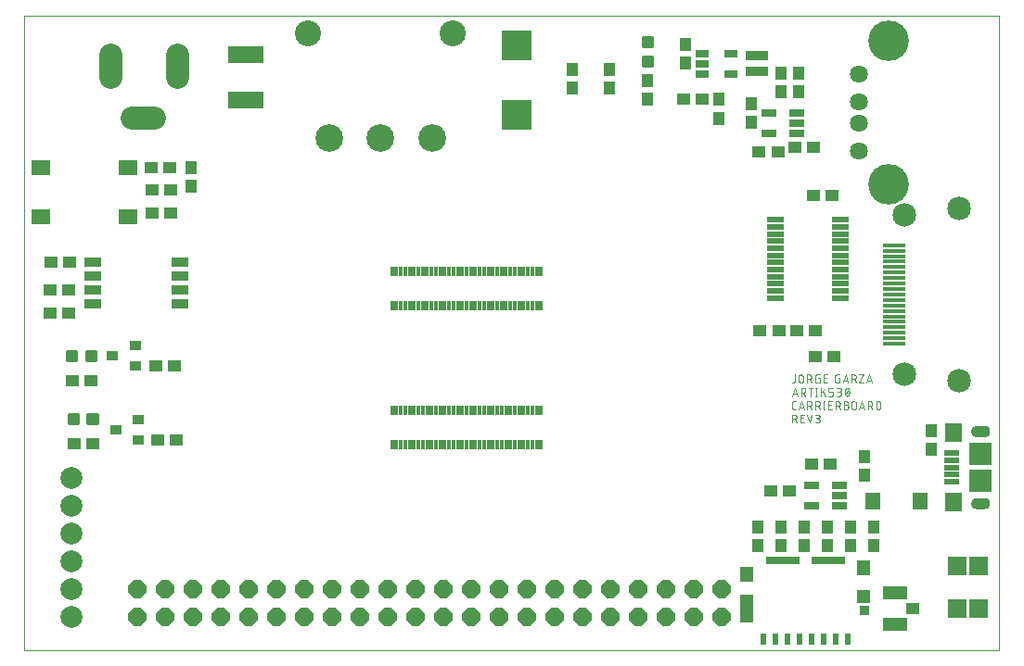
<source format=gts>
G04 EAGLE Gerber X2 export*
%TF.Part,Single*%
%TF.FileFunction,Other,Solder stop mask TOP*%
%TF.FilePolarity,Positive*%
%TF.GenerationSoftware,Autodesk,EAGLE,9.0.0*%
%TF.CreationDate,2019-03-06T05:58:58Z*%
G75*
%MOMM*%
%FSLAX34Y34*%
%LPD*%
%AMOC8*
5,1,8,0,0,1.08239X$1,22.5*%
G01*
%ADD10C,0.000000*%
%ADD11C,0.076200*%
%ADD12R,0.327000X0.827000*%
%ADD13C,2.127000*%
%ADD14C,2.527000*%
%ADD15C,2.377000*%
%ADD16R,2.827000X2.677000*%
%ADD17R,1.127000X1.227000*%
%ADD18C,0.338100*%
%ADD19R,1.227000X1.127000*%
%ADD20R,1.277000X0.727000*%
%ADD21R,1.027000X0.927000*%
%ADD22R,1.527000X1.727000*%
%ADD23R,1.477000X0.527000*%
%ADD24R,2.027000X2.027000*%
%ADD25R,1.327000X0.727000*%
%ADD26R,1.397000X1.597000*%
%ADD27C,2.006600*%
%ADD28R,1.602000X0.577000*%
%ADD29P,1.787026X8X22.500000*%
%ADD30R,1.577000X0.877000*%
%ADD31R,1.677000X1.427000*%
%ADD32R,2.327000X1.177000*%
%ADD33R,1.177000X1.127000*%
%ADD34R,3.327000X1.627000*%
%ADD35R,2.127000X0.827000*%
%ADD36R,2.027000X0.427000*%
%ADD37C,2.157000*%
%ADD38R,1.667000X1.667000*%
%ADD39C,1.627000*%
%ADD40C,3.707000*%
%ADD41R,0.627000X1.127000*%
%ADD42R,0.847000X0.907000*%
%ADD43R,1.177000X1.207000*%
%ADD44R,1.177000X1.327000*%
%ADD45R,1.177000X2.517000*%
%ADD46R,3.037000X0.677000*%

G36*
X987665Y335024D02*
X987665Y335024D01*
X987751Y335033D01*
X988517Y335232D01*
X988640Y335283D01*
X988726Y335312D01*
X989429Y335677D01*
X989537Y335754D01*
X989615Y335801D01*
X990219Y336313D01*
X990307Y336412D01*
X990373Y336476D01*
X990848Y337109D01*
X990911Y337225D01*
X990961Y337302D01*
X991283Y338025D01*
X991319Y338153D01*
X991351Y338239D01*
X991504Y339015D01*
X991511Y339148D01*
X991522Y339238D01*
X991499Y340030D01*
X991497Y340038D01*
X991498Y340046D01*
X991460Y340886D01*
X991435Y341017D01*
X991425Y341107D01*
X991200Y341918D01*
X991147Y342040D01*
X991117Y342126D01*
X990717Y342867D01*
X990639Y342973D01*
X990590Y343051D01*
X990036Y343684D01*
X989935Y343770D01*
X989870Y343835D01*
X989189Y344329D01*
X989072Y344391D01*
X988994Y344439D01*
X988220Y344769D01*
X988092Y344804D01*
X988006Y344834D01*
X987178Y344983D01*
X987078Y344987D01*
X987000Y344999D01*
X978500Y344999D01*
X978335Y344976D01*
X978249Y344967D01*
X977483Y344768D01*
X977360Y344717D01*
X977274Y344688D01*
X976571Y344323D01*
X976463Y344246D01*
X976385Y344199D01*
X975781Y343687D01*
X975693Y343588D01*
X975628Y343524D01*
X975152Y342891D01*
X975089Y342775D01*
X975039Y342698D01*
X974717Y341975D01*
X974681Y341847D01*
X974649Y341761D01*
X974496Y340985D01*
X974489Y340852D01*
X974478Y340762D01*
X974501Y339970D01*
X974503Y339962D01*
X974502Y339954D01*
X974540Y339114D01*
X974565Y338983D01*
X974575Y338893D01*
X974800Y338082D01*
X974853Y337960D01*
X974883Y337874D01*
X975283Y337133D01*
X975361Y337027D01*
X975410Y336949D01*
X975964Y336316D01*
X976065Y336230D01*
X976130Y336165D01*
X976811Y335671D01*
X976928Y335609D01*
X977006Y335561D01*
X977780Y335231D01*
X977908Y335196D01*
X977994Y335166D01*
X978822Y335017D01*
X978922Y335013D01*
X979000Y335001D01*
X987500Y335001D01*
X987665Y335024D01*
G37*
G36*
X987098Y269015D02*
X987098Y269015D01*
X987178Y269017D01*
X988006Y269166D01*
X988132Y269208D01*
X988220Y269231D01*
X988994Y269561D01*
X989108Y269629D01*
X989189Y269671D01*
X989870Y270165D01*
X989965Y270257D01*
X990036Y270316D01*
X990590Y270949D01*
X990662Y271060D01*
X990717Y271133D01*
X991117Y271874D01*
X991162Y271998D01*
X991200Y272082D01*
X991425Y272893D01*
X991442Y273024D01*
X991460Y273114D01*
X991498Y273954D01*
X991497Y273963D01*
X991499Y273970D01*
X991522Y274762D01*
X991508Y274893D01*
X991504Y274985D01*
X991351Y275761D01*
X991307Y275886D01*
X991283Y275975D01*
X990961Y276698D01*
X990890Y276810D01*
X990848Y276891D01*
X990373Y277524D01*
X990279Y277618D01*
X990219Y277687D01*
X989615Y278199D01*
X989503Y278270D01*
X989429Y278323D01*
X988726Y278688D01*
X988601Y278732D01*
X988517Y278768D01*
X987751Y278967D01*
X987586Y278986D01*
X987500Y278999D01*
X979000Y278999D01*
X978902Y278985D01*
X978822Y278983D01*
X977994Y278834D01*
X977868Y278792D01*
X977780Y278769D01*
X977006Y278439D01*
X976892Y278371D01*
X976811Y278329D01*
X976130Y277835D01*
X976035Y277743D01*
X975964Y277684D01*
X975410Y277051D01*
X975338Y276940D01*
X975283Y276867D01*
X974883Y276126D01*
X974838Y276002D01*
X974800Y275918D01*
X974575Y275107D01*
X974558Y274976D01*
X974540Y274886D01*
X974502Y274046D01*
X974503Y274037D01*
X974501Y274030D01*
X974478Y273238D01*
X974492Y273107D01*
X974496Y273015D01*
X974649Y272239D01*
X974693Y272114D01*
X974717Y272025D01*
X975039Y271302D01*
X975110Y271190D01*
X975152Y271109D01*
X975628Y270476D01*
X975721Y270382D01*
X975781Y270313D01*
X976385Y269801D01*
X976497Y269731D01*
X976571Y269677D01*
X977274Y269312D01*
X977399Y269268D01*
X977483Y269232D01*
X978249Y269033D01*
X978414Y269014D01*
X978500Y269001D01*
X987000Y269001D01*
X987098Y269015D01*
G37*
D10*
X110000Y140000D02*
X1000000Y140000D01*
X1000000Y720000D01*
X110000Y720000D01*
X110000Y140000D01*
D11*
X813301Y386102D02*
X813301Y391831D01*
X813301Y386102D02*
X813299Y386024D01*
X813294Y385946D01*
X813284Y385869D01*
X813271Y385792D01*
X813255Y385716D01*
X813235Y385641D01*
X813211Y385567D01*
X813184Y385494D01*
X813153Y385422D01*
X813119Y385352D01*
X813082Y385284D01*
X813041Y385217D01*
X812997Y385152D01*
X812951Y385090D01*
X812901Y385030D01*
X812849Y384972D01*
X812794Y384917D01*
X812736Y384865D01*
X812676Y384815D01*
X812614Y384769D01*
X812549Y384725D01*
X812483Y384684D01*
X812414Y384647D01*
X812344Y384613D01*
X812272Y384582D01*
X812199Y384555D01*
X812125Y384531D01*
X812050Y384511D01*
X811974Y384495D01*
X811897Y384482D01*
X811820Y384472D01*
X811742Y384467D01*
X811664Y384465D01*
X810845Y384465D01*
X816735Y386511D02*
X816735Y389785D01*
X816737Y389874D01*
X816743Y389963D01*
X816753Y390052D01*
X816766Y390140D01*
X816783Y390228D01*
X816805Y390315D01*
X816830Y390400D01*
X816858Y390485D01*
X816891Y390568D01*
X816927Y390650D01*
X816966Y390730D01*
X817009Y390808D01*
X817055Y390884D01*
X817105Y390959D01*
X817158Y391031D01*
X817214Y391100D01*
X817273Y391167D01*
X817334Y391232D01*
X817399Y391293D01*
X817466Y391352D01*
X817535Y391408D01*
X817607Y391461D01*
X817682Y391511D01*
X817758Y391557D01*
X817836Y391600D01*
X817916Y391639D01*
X817998Y391675D01*
X818081Y391708D01*
X818166Y391736D01*
X818251Y391761D01*
X818338Y391783D01*
X818426Y391800D01*
X818514Y391813D01*
X818603Y391823D01*
X818692Y391829D01*
X818781Y391831D01*
X818870Y391829D01*
X818959Y391823D01*
X819048Y391813D01*
X819136Y391800D01*
X819224Y391783D01*
X819311Y391761D01*
X819396Y391736D01*
X819481Y391708D01*
X819564Y391675D01*
X819646Y391639D01*
X819726Y391600D01*
X819804Y391557D01*
X819880Y391511D01*
X819955Y391461D01*
X820027Y391408D01*
X820096Y391352D01*
X820163Y391293D01*
X820228Y391232D01*
X820289Y391167D01*
X820348Y391100D01*
X820404Y391031D01*
X820457Y390959D01*
X820507Y390884D01*
X820553Y390808D01*
X820596Y390730D01*
X820635Y390650D01*
X820671Y390568D01*
X820704Y390485D01*
X820732Y390400D01*
X820757Y390315D01*
X820779Y390228D01*
X820796Y390140D01*
X820809Y390052D01*
X820819Y389963D01*
X820825Y389874D01*
X820827Y389785D01*
X820827Y386511D01*
X820825Y386422D01*
X820819Y386333D01*
X820809Y386244D01*
X820796Y386156D01*
X820779Y386068D01*
X820757Y385981D01*
X820732Y385896D01*
X820704Y385811D01*
X820671Y385728D01*
X820635Y385646D01*
X820596Y385566D01*
X820553Y385488D01*
X820507Y385412D01*
X820457Y385337D01*
X820404Y385265D01*
X820348Y385196D01*
X820289Y385129D01*
X820228Y385064D01*
X820163Y385003D01*
X820096Y384944D01*
X820027Y384888D01*
X819955Y384835D01*
X819880Y384785D01*
X819804Y384739D01*
X819726Y384696D01*
X819646Y384657D01*
X819564Y384621D01*
X819481Y384588D01*
X819396Y384560D01*
X819311Y384535D01*
X819224Y384513D01*
X819136Y384496D01*
X819048Y384483D01*
X818959Y384473D01*
X818870Y384467D01*
X818781Y384465D01*
X818692Y384467D01*
X818603Y384473D01*
X818514Y384483D01*
X818426Y384496D01*
X818338Y384513D01*
X818251Y384535D01*
X818166Y384560D01*
X818081Y384588D01*
X817998Y384621D01*
X817916Y384657D01*
X817836Y384696D01*
X817758Y384739D01*
X817682Y384785D01*
X817607Y384835D01*
X817535Y384888D01*
X817466Y384944D01*
X817399Y385003D01*
X817334Y385064D01*
X817273Y385129D01*
X817214Y385196D01*
X817158Y385265D01*
X817105Y385337D01*
X817055Y385412D01*
X817009Y385488D01*
X816966Y385566D01*
X816927Y385646D01*
X816891Y385728D01*
X816858Y385811D01*
X816830Y385896D01*
X816805Y385981D01*
X816783Y386068D01*
X816766Y386156D01*
X816753Y386244D01*
X816743Y386333D01*
X816737Y386422D01*
X816735Y386511D01*
X824345Y384465D02*
X824345Y391831D01*
X826391Y391831D01*
X826480Y391829D01*
X826569Y391823D01*
X826658Y391813D01*
X826746Y391800D01*
X826834Y391783D01*
X826921Y391761D01*
X827006Y391736D01*
X827091Y391708D01*
X827174Y391675D01*
X827256Y391639D01*
X827336Y391600D01*
X827414Y391557D01*
X827490Y391511D01*
X827565Y391461D01*
X827637Y391408D01*
X827706Y391352D01*
X827773Y391293D01*
X827838Y391232D01*
X827899Y391167D01*
X827958Y391100D01*
X828014Y391031D01*
X828067Y390959D01*
X828117Y390884D01*
X828163Y390808D01*
X828206Y390730D01*
X828245Y390650D01*
X828281Y390568D01*
X828314Y390485D01*
X828342Y390400D01*
X828367Y390315D01*
X828389Y390228D01*
X828406Y390140D01*
X828419Y390052D01*
X828429Y389963D01*
X828435Y389874D01*
X828437Y389785D01*
X828435Y389696D01*
X828429Y389607D01*
X828419Y389518D01*
X828406Y389430D01*
X828389Y389342D01*
X828367Y389255D01*
X828342Y389170D01*
X828314Y389085D01*
X828281Y389002D01*
X828245Y388920D01*
X828206Y388840D01*
X828163Y388762D01*
X828117Y388686D01*
X828067Y388611D01*
X828014Y388539D01*
X827958Y388470D01*
X827899Y388403D01*
X827838Y388338D01*
X827773Y388277D01*
X827706Y388218D01*
X827637Y388162D01*
X827565Y388109D01*
X827490Y388059D01*
X827414Y388013D01*
X827336Y387970D01*
X827256Y387931D01*
X827174Y387895D01*
X827091Y387862D01*
X827006Y387834D01*
X826921Y387809D01*
X826834Y387787D01*
X826746Y387770D01*
X826658Y387757D01*
X826569Y387747D01*
X826480Y387741D01*
X826391Y387739D01*
X824345Y387739D01*
X826801Y387739D02*
X828437Y384465D01*
X834718Y388557D02*
X835945Y388557D01*
X835945Y384465D01*
X833490Y384465D01*
X833412Y384467D01*
X833334Y384472D01*
X833257Y384482D01*
X833180Y384495D01*
X833104Y384511D01*
X833029Y384531D01*
X832955Y384555D01*
X832882Y384582D01*
X832810Y384613D01*
X832740Y384647D01*
X832672Y384684D01*
X832605Y384725D01*
X832540Y384769D01*
X832478Y384815D01*
X832418Y384865D01*
X832360Y384917D01*
X832305Y384972D01*
X832253Y385030D01*
X832203Y385090D01*
X832157Y385152D01*
X832113Y385217D01*
X832072Y385284D01*
X832035Y385352D01*
X832001Y385422D01*
X831970Y385494D01*
X831943Y385567D01*
X831919Y385641D01*
X831899Y385716D01*
X831883Y385792D01*
X831870Y385869D01*
X831860Y385946D01*
X831855Y386024D01*
X831853Y386102D01*
X831853Y390194D01*
X831855Y390274D01*
X831861Y390354D01*
X831871Y390434D01*
X831884Y390513D01*
X831902Y390592D01*
X831923Y390669D01*
X831949Y390745D01*
X831978Y390820D01*
X832010Y390894D01*
X832046Y390966D01*
X832086Y391036D01*
X832129Y391103D01*
X832175Y391169D01*
X832225Y391232D01*
X832277Y391293D01*
X832332Y391352D01*
X832391Y391407D01*
X832451Y391459D01*
X832515Y391509D01*
X832581Y391555D01*
X832648Y391598D01*
X832718Y391638D01*
X832790Y391674D01*
X832864Y391706D01*
X832938Y391735D01*
X833015Y391761D01*
X833092Y391782D01*
X833171Y391800D01*
X833250Y391813D01*
X833330Y391823D01*
X833410Y391829D01*
X833490Y391831D01*
X835945Y391831D01*
X839672Y384465D02*
X842945Y384465D01*
X839672Y384465D02*
X839672Y391831D01*
X842945Y391831D01*
X842127Y388557D02*
X839672Y388557D01*
X852762Y388557D02*
X853989Y388557D01*
X853989Y384465D01*
X851534Y384465D01*
X851456Y384467D01*
X851378Y384472D01*
X851301Y384482D01*
X851224Y384495D01*
X851148Y384511D01*
X851073Y384531D01*
X850999Y384555D01*
X850926Y384582D01*
X850854Y384613D01*
X850784Y384647D01*
X850716Y384684D01*
X850649Y384725D01*
X850584Y384769D01*
X850522Y384815D01*
X850462Y384865D01*
X850404Y384917D01*
X850349Y384972D01*
X850297Y385030D01*
X850247Y385090D01*
X850201Y385152D01*
X850157Y385217D01*
X850116Y385284D01*
X850079Y385352D01*
X850045Y385422D01*
X850014Y385494D01*
X849987Y385567D01*
X849963Y385641D01*
X849943Y385716D01*
X849927Y385792D01*
X849914Y385869D01*
X849904Y385946D01*
X849899Y386024D01*
X849897Y386102D01*
X849897Y390194D01*
X849899Y390274D01*
X849905Y390354D01*
X849915Y390434D01*
X849928Y390513D01*
X849946Y390592D01*
X849967Y390669D01*
X849993Y390745D01*
X850022Y390820D01*
X850054Y390894D01*
X850090Y390966D01*
X850130Y391036D01*
X850173Y391103D01*
X850219Y391169D01*
X850269Y391232D01*
X850321Y391293D01*
X850376Y391352D01*
X850435Y391407D01*
X850495Y391459D01*
X850559Y391509D01*
X850625Y391555D01*
X850692Y391598D01*
X850762Y391638D01*
X850834Y391674D01*
X850908Y391706D01*
X850982Y391735D01*
X851059Y391761D01*
X851136Y391782D01*
X851215Y391800D01*
X851294Y391813D01*
X851374Y391823D01*
X851454Y391829D01*
X851534Y391831D01*
X853989Y391831D01*
X859502Y391831D02*
X857047Y384465D01*
X861958Y384465D02*
X859502Y391831D01*
X857661Y386307D02*
X861344Y386307D01*
X865066Y384465D02*
X865066Y391831D01*
X867112Y391831D01*
X867201Y391829D01*
X867290Y391823D01*
X867379Y391813D01*
X867467Y391800D01*
X867555Y391783D01*
X867642Y391761D01*
X867727Y391736D01*
X867812Y391708D01*
X867895Y391675D01*
X867977Y391639D01*
X868057Y391600D01*
X868135Y391557D01*
X868211Y391511D01*
X868286Y391461D01*
X868358Y391408D01*
X868427Y391352D01*
X868494Y391293D01*
X868559Y391232D01*
X868620Y391167D01*
X868679Y391100D01*
X868735Y391031D01*
X868788Y390959D01*
X868838Y390884D01*
X868884Y390808D01*
X868927Y390730D01*
X868966Y390650D01*
X869002Y390568D01*
X869035Y390485D01*
X869063Y390400D01*
X869088Y390315D01*
X869110Y390228D01*
X869127Y390140D01*
X869140Y390052D01*
X869150Y389963D01*
X869156Y389874D01*
X869158Y389785D01*
X869156Y389696D01*
X869150Y389607D01*
X869140Y389518D01*
X869127Y389430D01*
X869110Y389342D01*
X869088Y389255D01*
X869063Y389170D01*
X869035Y389085D01*
X869002Y389002D01*
X868966Y388920D01*
X868927Y388840D01*
X868884Y388762D01*
X868838Y388686D01*
X868788Y388611D01*
X868735Y388539D01*
X868679Y388470D01*
X868620Y388403D01*
X868559Y388338D01*
X868494Y388277D01*
X868427Y388218D01*
X868358Y388162D01*
X868286Y388109D01*
X868211Y388059D01*
X868135Y388013D01*
X868057Y387970D01*
X867977Y387931D01*
X867895Y387895D01*
X867812Y387862D01*
X867727Y387834D01*
X867642Y387809D01*
X867555Y387787D01*
X867467Y387770D01*
X867379Y387757D01*
X867290Y387747D01*
X867201Y387741D01*
X867112Y387739D01*
X865066Y387739D01*
X867522Y387739D02*
X869159Y384465D01*
X872087Y391831D02*
X876179Y391831D01*
X872087Y384465D01*
X876179Y384465D01*
X878749Y384465D02*
X881204Y391831D01*
X883659Y384465D01*
X883046Y386307D02*
X879363Y386307D01*
X813301Y379639D02*
X810845Y372273D01*
X815756Y372273D02*
X813301Y379639D01*
X815142Y374115D02*
X811459Y374115D01*
X818865Y372273D02*
X818865Y379639D01*
X820911Y379639D01*
X821000Y379637D01*
X821089Y379631D01*
X821178Y379621D01*
X821266Y379608D01*
X821354Y379591D01*
X821441Y379569D01*
X821526Y379544D01*
X821611Y379516D01*
X821694Y379483D01*
X821776Y379447D01*
X821856Y379408D01*
X821934Y379365D01*
X822010Y379319D01*
X822085Y379269D01*
X822157Y379216D01*
X822226Y379160D01*
X822293Y379101D01*
X822358Y379040D01*
X822419Y378975D01*
X822478Y378908D01*
X822534Y378839D01*
X822587Y378767D01*
X822637Y378692D01*
X822683Y378616D01*
X822726Y378538D01*
X822765Y378458D01*
X822801Y378376D01*
X822834Y378293D01*
X822862Y378208D01*
X822887Y378123D01*
X822909Y378036D01*
X822926Y377948D01*
X822939Y377860D01*
X822949Y377771D01*
X822955Y377682D01*
X822957Y377593D01*
X822955Y377504D01*
X822949Y377415D01*
X822939Y377326D01*
X822926Y377238D01*
X822909Y377150D01*
X822887Y377063D01*
X822862Y376978D01*
X822834Y376893D01*
X822801Y376810D01*
X822765Y376728D01*
X822726Y376648D01*
X822683Y376570D01*
X822637Y376494D01*
X822587Y376419D01*
X822534Y376347D01*
X822478Y376278D01*
X822419Y376211D01*
X822358Y376146D01*
X822293Y376085D01*
X822226Y376026D01*
X822157Y375970D01*
X822085Y375917D01*
X822010Y375867D01*
X821934Y375821D01*
X821856Y375778D01*
X821776Y375739D01*
X821694Y375703D01*
X821611Y375670D01*
X821526Y375642D01*
X821441Y375617D01*
X821354Y375595D01*
X821266Y375578D01*
X821178Y375565D01*
X821089Y375555D01*
X821000Y375549D01*
X820911Y375547D01*
X818865Y375547D01*
X821320Y375547D02*
X822957Y372273D01*
X827687Y372273D02*
X827687Y379639D01*
X825641Y379639D02*
X829733Y379639D01*
X833052Y379639D02*
X833052Y372273D01*
X833870Y372273D02*
X832233Y372273D01*
X832233Y379639D02*
X833870Y379639D01*
X837219Y379639D02*
X837219Y372273D01*
X837219Y375138D02*
X841311Y379639D01*
X838856Y376774D02*
X841311Y372273D01*
X844173Y372273D02*
X846628Y372273D01*
X846706Y372275D01*
X846784Y372280D01*
X846861Y372290D01*
X846938Y372303D01*
X847014Y372319D01*
X847089Y372339D01*
X847163Y372363D01*
X847236Y372390D01*
X847308Y372421D01*
X847378Y372455D01*
X847447Y372492D01*
X847513Y372533D01*
X847578Y372577D01*
X847640Y372623D01*
X847700Y372673D01*
X847758Y372725D01*
X847813Y372780D01*
X847865Y372838D01*
X847915Y372898D01*
X847961Y372960D01*
X848005Y373025D01*
X848046Y373092D01*
X848083Y373160D01*
X848117Y373230D01*
X848148Y373302D01*
X848175Y373375D01*
X848199Y373449D01*
X848219Y373524D01*
X848235Y373600D01*
X848248Y373677D01*
X848258Y373754D01*
X848263Y373832D01*
X848265Y373910D01*
X848265Y374728D01*
X848263Y374806D01*
X848258Y374884D01*
X848248Y374961D01*
X848235Y375038D01*
X848219Y375114D01*
X848199Y375189D01*
X848175Y375263D01*
X848148Y375336D01*
X848117Y375408D01*
X848083Y375478D01*
X848046Y375547D01*
X848005Y375613D01*
X847961Y375678D01*
X847915Y375740D01*
X847865Y375800D01*
X847813Y375858D01*
X847758Y375913D01*
X847700Y375965D01*
X847640Y376015D01*
X847578Y376061D01*
X847513Y376105D01*
X847447Y376146D01*
X847378Y376183D01*
X847308Y376217D01*
X847236Y376248D01*
X847163Y376275D01*
X847089Y376299D01*
X847014Y376319D01*
X846938Y376335D01*
X846861Y376348D01*
X846784Y376358D01*
X846706Y376363D01*
X846628Y376365D01*
X844173Y376365D01*
X844173Y379639D01*
X848265Y379639D01*
X851488Y372273D02*
X853534Y372273D01*
X853623Y372275D01*
X853712Y372281D01*
X853801Y372291D01*
X853889Y372304D01*
X853977Y372321D01*
X854064Y372343D01*
X854149Y372368D01*
X854234Y372396D01*
X854317Y372429D01*
X854399Y372465D01*
X854479Y372504D01*
X854557Y372547D01*
X854633Y372593D01*
X854708Y372643D01*
X854780Y372696D01*
X854849Y372752D01*
X854916Y372811D01*
X854981Y372872D01*
X855042Y372937D01*
X855101Y373004D01*
X855157Y373073D01*
X855210Y373145D01*
X855260Y373220D01*
X855306Y373296D01*
X855349Y373374D01*
X855388Y373454D01*
X855424Y373536D01*
X855457Y373619D01*
X855485Y373704D01*
X855510Y373789D01*
X855532Y373876D01*
X855549Y373964D01*
X855562Y374052D01*
X855572Y374141D01*
X855578Y374230D01*
X855580Y374319D01*
X855578Y374408D01*
X855572Y374497D01*
X855562Y374586D01*
X855549Y374674D01*
X855532Y374762D01*
X855510Y374849D01*
X855485Y374934D01*
X855457Y375019D01*
X855424Y375102D01*
X855388Y375184D01*
X855349Y375264D01*
X855306Y375342D01*
X855260Y375418D01*
X855210Y375493D01*
X855157Y375565D01*
X855101Y375634D01*
X855042Y375701D01*
X854981Y375766D01*
X854916Y375827D01*
X854849Y375886D01*
X854780Y375942D01*
X854708Y375995D01*
X854633Y376045D01*
X854557Y376091D01*
X854479Y376134D01*
X854399Y376173D01*
X854317Y376209D01*
X854234Y376242D01*
X854149Y376270D01*
X854064Y376295D01*
X853977Y376317D01*
X853889Y376334D01*
X853801Y376347D01*
X853712Y376357D01*
X853623Y376363D01*
X853534Y376365D01*
X853943Y379639D02*
X851488Y379639D01*
X853943Y379639D02*
X854022Y379637D01*
X854101Y379631D01*
X854180Y379622D01*
X854258Y379609D01*
X854335Y379591D01*
X854411Y379571D01*
X854486Y379546D01*
X854560Y379518D01*
X854633Y379487D01*
X854704Y379451D01*
X854773Y379413D01*
X854840Y379371D01*
X854905Y379326D01*
X854968Y379278D01*
X855029Y379227D01*
X855086Y379173D01*
X855142Y379117D01*
X855194Y379058D01*
X855244Y378996D01*
X855290Y378932D01*
X855334Y378866D01*
X855374Y378798D01*
X855410Y378728D01*
X855444Y378656D01*
X855474Y378582D01*
X855500Y378508D01*
X855523Y378432D01*
X855541Y378355D01*
X855557Y378278D01*
X855568Y378199D01*
X855576Y378121D01*
X855580Y378042D01*
X855580Y377962D01*
X855576Y377883D01*
X855568Y377805D01*
X855557Y377726D01*
X855541Y377649D01*
X855523Y377572D01*
X855500Y377496D01*
X855474Y377422D01*
X855444Y377348D01*
X855410Y377276D01*
X855374Y377206D01*
X855334Y377138D01*
X855290Y377072D01*
X855244Y377008D01*
X855194Y376946D01*
X855142Y376887D01*
X855086Y376831D01*
X855029Y376777D01*
X854968Y376726D01*
X854905Y376678D01*
X854840Y376633D01*
X854773Y376591D01*
X854704Y376553D01*
X854633Y376517D01*
X854560Y376486D01*
X854486Y376458D01*
X854411Y376433D01*
X854335Y376413D01*
X854258Y376395D01*
X854180Y376382D01*
X854101Y376373D01*
X854022Y376367D01*
X853943Y376365D01*
X852306Y376365D01*
X858804Y375956D02*
X858806Y376109D01*
X858812Y376262D01*
X858821Y376414D01*
X858835Y376567D01*
X858852Y376719D01*
X858873Y376870D01*
X858898Y377021D01*
X858927Y377171D01*
X858959Y377321D01*
X858996Y377469D01*
X859036Y377617D01*
X859079Y377764D01*
X859127Y377909D01*
X859178Y378053D01*
X859232Y378196D01*
X859291Y378338D01*
X859352Y378477D01*
X859418Y378616D01*
X859417Y378616D02*
X859443Y378686D01*
X859473Y378756D01*
X859506Y378823D01*
X859542Y378889D01*
X859581Y378953D01*
X859624Y379015D01*
X859670Y379074D01*
X859718Y379132D01*
X859769Y379186D01*
X859823Y379239D01*
X859880Y379288D01*
X859939Y379335D01*
X860000Y379378D01*
X860063Y379419D01*
X860128Y379456D01*
X860195Y379491D01*
X860264Y379521D01*
X860334Y379549D01*
X860405Y379572D01*
X860477Y379593D01*
X860550Y379609D01*
X860624Y379622D01*
X860699Y379632D01*
X860774Y379637D01*
X860849Y379639D01*
X860924Y379637D01*
X860999Y379632D01*
X861074Y379622D01*
X861148Y379609D01*
X861221Y379593D01*
X861293Y379572D01*
X861364Y379549D01*
X861434Y379521D01*
X861503Y379491D01*
X861570Y379456D01*
X861635Y379419D01*
X861698Y379378D01*
X861759Y379335D01*
X861818Y379288D01*
X861875Y379239D01*
X861929Y379186D01*
X861980Y379132D01*
X862029Y379074D01*
X862074Y379015D01*
X862117Y378953D01*
X862156Y378889D01*
X862193Y378823D01*
X862225Y378755D01*
X862255Y378686D01*
X862281Y378616D01*
X862346Y378478D01*
X862408Y378338D01*
X862466Y378196D01*
X862521Y378053D01*
X862572Y377909D01*
X862620Y377764D01*
X862663Y377617D01*
X862703Y377470D01*
X862740Y377321D01*
X862772Y377171D01*
X862801Y377021D01*
X862826Y376870D01*
X862847Y376719D01*
X862864Y376567D01*
X862878Y376414D01*
X862887Y376262D01*
X862893Y376109D01*
X862895Y375956D01*
X858803Y375956D02*
X858805Y375803D01*
X858811Y375650D01*
X858820Y375497D01*
X858834Y375345D01*
X858851Y375193D01*
X858872Y375042D01*
X858897Y374891D01*
X858926Y374740D01*
X858958Y374591D01*
X858995Y374442D01*
X859035Y374295D01*
X859078Y374148D01*
X859126Y374003D01*
X859177Y373858D01*
X859232Y373716D01*
X859290Y373574D01*
X859352Y373434D01*
X859417Y373296D01*
X859443Y373225D01*
X859473Y373156D01*
X859506Y373089D01*
X859542Y373023D01*
X859581Y372959D01*
X859624Y372897D01*
X859670Y372838D01*
X859718Y372780D01*
X859769Y372726D01*
X859823Y372673D01*
X859880Y372624D01*
X859939Y372577D01*
X860000Y372534D01*
X860063Y372493D01*
X860128Y372456D01*
X860195Y372421D01*
X860264Y372391D01*
X860334Y372363D01*
X860405Y372340D01*
X860477Y372319D01*
X860550Y372303D01*
X860624Y372290D01*
X860699Y372280D01*
X860774Y372275D01*
X860849Y372273D01*
X862281Y373296D02*
X862346Y373434D01*
X862408Y373574D01*
X862466Y373716D01*
X862521Y373859D01*
X862572Y374003D01*
X862620Y374148D01*
X862663Y374295D01*
X862703Y374443D01*
X862740Y374591D01*
X862772Y374741D01*
X862801Y374891D01*
X862826Y375042D01*
X862847Y375193D01*
X862864Y375345D01*
X862878Y375498D01*
X862887Y375650D01*
X862893Y375803D01*
X862895Y375956D01*
X862281Y373296D02*
X862255Y373226D01*
X862225Y373156D01*
X862193Y373089D01*
X862156Y373023D01*
X862117Y372959D01*
X862074Y372897D01*
X862028Y372838D01*
X861980Y372780D01*
X861929Y372726D01*
X861875Y372673D01*
X861818Y372624D01*
X861759Y372577D01*
X861698Y372534D01*
X861635Y372493D01*
X861570Y372456D01*
X861503Y372421D01*
X861434Y372391D01*
X861364Y372363D01*
X861293Y372340D01*
X861221Y372319D01*
X861148Y372303D01*
X861074Y372290D01*
X860999Y372280D01*
X860924Y372275D01*
X860849Y372273D01*
X859212Y373910D02*
X862486Y378002D01*
X814119Y360081D02*
X812482Y360081D01*
X812404Y360083D01*
X812326Y360088D01*
X812249Y360098D01*
X812172Y360111D01*
X812096Y360127D01*
X812021Y360147D01*
X811947Y360171D01*
X811874Y360198D01*
X811802Y360229D01*
X811732Y360263D01*
X811664Y360300D01*
X811597Y360341D01*
X811532Y360385D01*
X811470Y360431D01*
X811410Y360481D01*
X811352Y360533D01*
X811297Y360588D01*
X811245Y360646D01*
X811195Y360706D01*
X811149Y360768D01*
X811105Y360833D01*
X811064Y360900D01*
X811027Y360968D01*
X810993Y361038D01*
X810962Y361110D01*
X810935Y361183D01*
X810911Y361257D01*
X810891Y361332D01*
X810875Y361408D01*
X810862Y361485D01*
X810852Y361562D01*
X810847Y361640D01*
X810845Y361718D01*
X810845Y365810D01*
X810847Y365890D01*
X810853Y365970D01*
X810863Y366050D01*
X810876Y366129D01*
X810894Y366208D01*
X810915Y366285D01*
X810941Y366361D01*
X810970Y366436D01*
X811002Y366510D01*
X811038Y366582D01*
X811078Y366652D01*
X811121Y366719D01*
X811167Y366785D01*
X811217Y366848D01*
X811269Y366909D01*
X811324Y366968D01*
X811383Y367023D01*
X811443Y367075D01*
X811507Y367125D01*
X811573Y367171D01*
X811640Y367214D01*
X811710Y367254D01*
X811782Y367290D01*
X811856Y367322D01*
X811930Y367351D01*
X812007Y367377D01*
X812084Y367398D01*
X812163Y367416D01*
X812242Y367429D01*
X812322Y367439D01*
X812402Y367445D01*
X812482Y367447D01*
X814119Y367447D01*
X819010Y367447D02*
X816555Y360081D01*
X821466Y360081D02*
X819010Y367447D01*
X817169Y361923D02*
X820852Y361923D01*
X824574Y360081D02*
X824574Y367447D01*
X826621Y367447D01*
X826710Y367445D01*
X826799Y367439D01*
X826888Y367429D01*
X826976Y367416D01*
X827064Y367399D01*
X827151Y367377D01*
X827236Y367352D01*
X827321Y367324D01*
X827404Y367291D01*
X827486Y367255D01*
X827566Y367216D01*
X827644Y367173D01*
X827720Y367127D01*
X827795Y367077D01*
X827867Y367024D01*
X827936Y366968D01*
X828003Y366909D01*
X828068Y366848D01*
X828129Y366783D01*
X828188Y366716D01*
X828244Y366647D01*
X828297Y366575D01*
X828347Y366500D01*
X828393Y366424D01*
X828436Y366346D01*
X828475Y366266D01*
X828511Y366184D01*
X828544Y366101D01*
X828572Y366016D01*
X828597Y365931D01*
X828619Y365844D01*
X828636Y365756D01*
X828649Y365668D01*
X828659Y365579D01*
X828665Y365490D01*
X828667Y365401D01*
X828665Y365312D01*
X828659Y365223D01*
X828649Y365134D01*
X828636Y365046D01*
X828619Y364958D01*
X828597Y364871D01*
X828572Y364786D01*
X828544Y364701D01*
X828511Y364618D01*
X828475Y364536D01*
X828436Y364456D01*
X828393Y364378D01*
X828347Y364302D01*
X828297Y364227D01*
X828244Y364155D01*
X828188Y364086D01*
X828129Y364019D01*
X828068Y363954D01*
X828003Y363893D01*
X827936Y363834D01*
X827867Y363778D01*
X827795Y363725D01*
X827720Y363675D01*
X827644Y363629D01*
X827566Y363586D01*
X827486Y363547D01*
X827404Y363511D01*
X827321Y363478D01*
X827236Y363450D01*
X827151Y363425D01*
X827064Y363403D01*
X826976Y363386D01*
X826888Y363373D01*
X826799Y363363D01*
X826710Y363357D01*
X826621Y363355D01*
X824574Y363355D01*
X827030Y363355D02*
X828667Y360081D01*
X832133Y360081D02*
X832133Y367447D01*
X834180Y367447D01*
X834269Y367445D01*
X834358Y367439D01*
X834447Y367429D01*
X834535Y367416D01*
X834623Y367399D01*
X834710Y367377D01*
X834795Y367352D01*
X834880Y367324D01*
X834963Y367291D01*
X835045Y367255D01*
X835125Y367216D01*
X835203Y367173D01*
X835279Y367127D01*
X835354Y367077D01*
X835426Y367024D01*
X835495Y366968D01*
X835562Y366909D01*
X835627Y366848D01*
X835688Y366783D01*
X835747Y366716D01*
X835803Y366647D01*
X835856Y366575D01*
X835906Y366500D01*
X835952Y366424D01*
X835995Y366346D01*
X836034Y366266D01*
X836070Y366184D01*
X836103Y366101D01*
X836131Y366016D01*
X836156Y365931D01*
X836178Y365844D01*
X836195Y365756D01*
X836208Y365668D01*
X836218Y365579D01*
X836224Y365490D01*
X836226Y365401D01*
X836224Y365312D01*
X836218Y365223D01*
X836208Y365134D01*
X836195Y365046D01*
X836178Y364958D01*
X836156Y364871D01*
X836131Y364786D01*
X836103Y364701D01*
X836070Y364618D01*
X836034Y364536D01*
X835995Y364456D01*
X835952Y364378D01*
X835906Y364302D01*
X835856Y364227D01*
X835803Y364155D01*
X835747Y364086D01*
X835688Y364019D01*
X835627Y363954D01*
X835562Y363893D01*
X835495Y363834D01*
X835426Y363778D01*
X835354Y363725D01*
X835279Y363675D01*
X835203Y363629D01*
X835125Y363586D01*
X835045Y363547D01*
X834963Y363511D01*
X834880Y363478D01*
X834795Y363450D01*
X834710Y363425D01*
X834623Y363403D01*
X834535Y363386D01*
X834447Y363373D01*
X834358Y363363D01*
X834269Y363357D01*
X834180Y363355D01*
X832133Y363355D01*
X834589Y363355D02*
X836226Y360081D01*
X839981Y360081D02*
X839981Y367447D01*
X839162Y360081D02*
X840799Y360081D01*
X840799Y367447D02*
X839162Y367447D01*
X844046Y360081D02*
X847320Y360081D01*
X844046Y360081D02*
X844046Y367447D01*
X847320Y367447D01*
X846501Y364173D02*
X844046Y364173D01*
X850421Y367447D02*
X850421Y360081D01*
X850421Y367447D02*
X852468Y367447D01*
X852557Y367445D01*
X852646Y367439D01*
X852735Y367429D01*
X852823Y367416D01*
X852911Y367399D01*
X852998Y367377D01*
X853083Y367352D01*
X853168Y367324D01*
X853251Y367291D01*
X853333Y367255D01*
X853413Y367216D01*
X853491Y367173D01*
X853567Y367127D01*
X853642Y367077D01*
X853714Y367024D01*
X853783Y366968D01*
X853850Y366909D01*
X853915Y366848D01*
X853976Y366783D01*
X854035Y366716D01*
X854091Y366647D01*
X854144Y366575D01*
X854194Y366500D01*
X854240Y366424D01*
X854283Y366346D01*
X854322Y366266D01*
X854358Y366184D01*
X854391Y366101D01*
X854419Y366016D01*
X854444Y365931D01*
X854466Y365844D01*
X854483Y365756D01*
X854496Y365668D01*
X854506Y365579D01*
X854512Y365490D01*
X854514Y365401D01*
X854512Y365312D01*
X854506Y365223D01*
X854496Y365134D01*
X854483Y365046D01*
X854466Y364958D01*
X854444Y364871D01*
X854419Y364786D01*
X854391Y364701D01*
X854358Y364618D01*
X854322Y364536D01*
X854283Y364456D01*
X854240Y364378D01*
X854194Y364302D01*
X854144Y364227D01*
X854091Y364155D01*
X854035Y364086D01*
X853976Y364019D01*
X853915Y363954D01*
X853850Y363893D01*
X853783Y363834D01*
X853714Y363778D01*
X853642Y363725D01*
X853567Y363675D01*
X853491Y363629D01*
X853413Y363586D01*
X853333Y363547D01*
X853251Y363511D01*
X853168Y363478D01*
X853083Y363450D01*
X852998Y363425D01*
X852911Y363403D01*
X852823Y363386D01*
X852735Y363373D01*
X852646Y363363D01*
X852557Y363357D01*
X852468Y363355D01*
X850421Y363355D01*
X852877Y363355D02*
X854514Y360081D01*
X858047Y364173D02*
X860093Y364173D01*
X860182Y364171D01*
X860271Y364165D01*
X860360Y364155D01*
X860448Y364142D01*
X860536Y364125D01*
X860623Y364103D01*
X860708Y364078D01*
X860793Y364050D01*
X860876Y364017D01*
X860958Y363981D01*
X861038Y363942D01*
X861116Y363899D01*
X861192Y363853D01*
X861267Y363803D01*
X861339Y363750D01*
X861408Y363694D01*
X861475Y363635D01*
X861540Y363574D01*
X861601Y363509D01*
X861660Y363442D01*
X861716Y363373D01*
X861769Y363301D01*
X861819Y363226D01*
X861865Y363150D01*
X861908Y363072D01*
X861947Y362992D01*
X861983Y362910D01*
X862016Y362827D01*
X862044Y362742D01*
X862069Y362657D01*
X862091Y362570D01*
X862108Y362482D01*
X862121Y362394D01*
X862131Y362305D01*
X862137Y362216D01*
X862139Y362127D01*
X862137Y362038D01*
X862131Y361949D01*
X862121Y361860D01*
X862108Y361772D01*
X862091Y361684D01*
X862069Y361597D01*
X862044Y361512D01*
X862016Y361427D01*
X861983Y361344D01*
X861947Y361262D01*
X861908Y361182D01*
X861865Y361104D01*
X861819Y361028D01*
X861769Y360953D01*
X861716Y360881D01*
X861660Y360812D01*
X861601Y360745D01*
X861540Y360680D01*
X861475Y360619D01*
X861408Y360560D01*
X861339Y360504D01*
X861267Y360451D01*
X861192Y360401D01*
X861116Y360355D01*
X861038Y360312D01*
X860958Y360273D01*
X860876Y360237D01*
X860793Y360204D01*
X860708Y360176D01*
X860623Y360151D01*
X860536Y360129D01*
X860448Y360112D01*
X860360Y360099D01*
X860271Y360089D01*
X860182Y360083D01*
X860093Y360081D01*
X858047Y360081D01*
X858047Y367447D01*
X860093Y367447D01*
X860172Y367445D01*
X860251Y367439D01*
X860330Y367430D01*
X860408Y367417D01*
X860485Y367399D01*
X860561Y367379D01*
X860636Y367354D01*
X860710Y367326D01*
X860783Y367295D01*
X860854Y367259D01*
X860923Y367221D01*
X860990Y367179D01*
X861055Y367134D01*
X861118Y367086D01*
X861179Y367035D01*
X861236Y366981D01*
X861292Y366925D01*
X861344Y366866D01*
X861394Y366804D01*
X861440Y366740D01*
X861484Y366674D01*
X861524Y366606D01*
X861560Y366536D01*
X861594Y366464D01*
X861624Y366390D01*
X861650Y366316D01*
X861673Y366240D01*
X861691Y366163D01*
X861707Y366086D01*
X861718Y366007D01*
X861726Y365929D01*
X861730Y365850D01*
X861730Y365770D01*
X861726Y365691D01*
X861718Y365613D01*
X861707Y365534D01*
X861691Y365457D01*
X861673Y365380D01*
X861650Y365304D01*
X861624Y365230D01*
X861594Y365156D01*
X861560Y365084D01*
X861524Y365014D01*
X861484Y364946D01*
X861440Y364880D01*
X861394Y364816D01*
X861344Y364754D01*
X861292Y364695D01*
X861236Y364639D01*
X861179Y364585D01*
X861118Y364534D01*
X861055Y364486D01*
X860990Y364441D01*
X860923Y364399D01*
X860854Y364361D01*
X860783Y364325D01*
X860710Y364294D01*
X860636Y364266D01*
X860561Y364241D01*
X860485Y364221D01*
X860408Y364203D01*
X860330Y364190D01*
X860251Y364181D01*
X860172Y364175D01*
X860093Y364173D01*
X865001Y365401D02*
X865001Y362127D01*
X865001Y365401D02*
X865003Y365490D01*
X865009Y365579D01*
X865019Y365668D01*
X865032Y365756D01*
X865049Y365844D01*
X865071Y365931D01*
X865096Y366016D01*
X865124Y366101D01*
X865157Y366184D01*
X865193Y366266D01*
X865232Y366346D01*
X865275Y366424D01*
X865321Y366500D01*
X865371Y366575D01*
X865424Y366647D01*
X865480Y366716D01*
X865539Y366783D01*
X865600Y366848D01*
X865665Y366909D01*
X865732Y366968D01*
X865801Y367024D01*
X865873Y367077D01*
X865948Y367127D01*
X866024Y367173D01*
X866102Y367216D01*
X866182Y367255D01*
X866264Y367291D01*
X866347Y367324D01*
X866432Y367352D01*
X866517Y367377D01*
X866604Y367399D01*
X866692Y367416D01*
X866780Y367429D01*
X866869Y367439D01*
X866958Y367445D01*
X867047Y367447D01*
X867136Y367445D01*
X867225Y367439D01*
X867314Y367429D01*
X867402Y367416D01*
X867490Y367399D01*
X867577Y367377D01*
X867662Y367352D01*
X867747Y367324D01*
X867830Y367291D01*
X867912Y367255D01*
X867992Y367216D01*
X868070Y367173D01*
X868146Y367127D01*
X868221Y367077D01*
X868293Y367024D01*
X868362Y366968D01*
X868429Y366909D01*
X868494Y366848D01*
X868555Y366783D01*
X868614Y366716D01*
X868670Y366647D01*
X868723Y366575D01*
X868773Y366500D01*
X868819Y366424D01*
X868862Y366346D01*
X868901Y366266D01*
X868937Y366184D01*
X868970Y366101D01*
X868998Y366016D01*
X869023Y365931D01*
X869045Y365844D01*
X869062Y365756D01*
X869075Y365668D01*
X869085Y365579D01*
X869091Y365490D01*
X869093Y365401D01*
X869093Y362127D01*
X869091Y362038D01*
X869085Y361949D01*
X869075Y361860D01*
X869062Y361772D01*
X869045Y361684D01*
X869023Y361597D01*
X868998Y361512D01*
X868970Y361427D01*
X868937Y361344D01*
X868901Y361262D01*
X868862Y361182D01*
X868819Y361104D01*
X868773Y361028D01*
X868723Y360953D01*
X868670Y360881D01*
X868614Y360812D01*
X868555Y360745D01*
X868494Y360680D01*
X868429Y360619D01*
X868362Y360560D01*
X868293Y360504D01*
X868221Y360451D01*
X868146Y360401D01*
X868070Y360355D01*
X867992Y360312D01*
X867912Y360273D01*
X867830Y360237D01*
X867747Y360204D01*
X867662Y360176D01*
X867577Y360151D01*
X867490Y360129D01*
X867402Y360112D01*
X867314Y360099D01*
X867225Y360089D01*
X867136Y360083D01*
X867047Y360081D01*
X866958Y360083D01*
X866869Y360089D01*
X866780Y360099D01*
X866692Y360112D01*
X866604Y360129D01*
X866517Y360151D01*
X866432Y360176D01*
X866347Y360204D01*
X866264Y360237D01*
X866182Y360273D01*
X866102Y360312D01*
X866024Y360355D01*
X865948Y360401D01*
X865873Y360451D01*
X865801Y360504D01*
X865732Y360560D01*
X865665Y360619D01*
X865600Y360680D01*
X865539Y360745D01*
X865480Y360812D01*
X865424Y360881D01*
X865371Y360953D01*
X865321Y361028D01*
X865275Y361104D01*
X865232Y361182D01*
X865193Y361262D01*
X865157Y361344D01*
X865124Y361427D01*
X865096Y361512D01*
X865071Y361597D01*
X865049Y361684D01*
X865032Y361772D01*
X865019Y361860D01*
X865009Y361949D01*
X865003Y362038D01*
X865001Y362127D01*
X871907Y360081D02*
X874362Y367447D01*
X876817Y360081D01*
X876203Y361923D02*
X872520Y361923D01*
X879926Y360081D02*
X879926Y367447D01*
X881972Y367447D01*
X882061Y367445D01*
X882150Y367439D01*
X882239Y367429D01*
X882327Y367416D01*
X882415Y367399D01*
X882502Y367377D01*
X882587Y367352D01*
X882672Y367324D01*
X882755Y367291D01*
X882837Y367255D01*
X882917Y367216D01*
X882995Y367173D01*
X883071Y367127D01*
X883146Y367077D01*
X883218Y367024D01*
X883287Y366968D01*
X883354Y366909D01*
X883419Y366848D01*
X883480Y366783D01*
X883539Y366716D01*
X883595Y366647D01*
X883648Y366575D01*
X883698Y366500D01*
X883744Y366424D01*
X883787Y366346D01*
X883826Y366266D01*
X883862Y366184D01*
X883895Y366101D01*
X883923Y366016D01*
X883948Y365931D01*
X883970Y365844D01*
X883987Y365756D01*
X884000Y365668D01*
X884010Y365579D01*
X884016Y365490D01*
X884018Y365401D01*
X884016Y365312D01*
X884010Y365223D01*
X884000Y365134D01*
X883987Y365046D01*
X883970Y364958D01*
X883948Y364871D01*
X883923Y364786D01*
X883895Y364701D01*
X883862Y364618D01*
X883826Y364536D01*
X883787Y364456D01*
X883744Y364378D01*
X883698Y364302D01*
X883648Y364227D01*
X883595Y364155D01*
X883539Y364086D01*
X883480Y364019D01*
X883419Y363954D01*
X883354Y363893D01*
X883287Y363834D01*
X883218Y363778D01*
X883146Y363725D01*
X883071Y363675D01*
X882995Y363629D01*
X882917Y363586D01*
X882837Y363547D01*
X882755Y363511D01*
X882672Y363478D01*
X882587Y363450D01*
X882502Y363425D01*
X882415Y363403D01*
X882327Y363386D01*
X882239Y363373D01*
X882150Y363363D01*
X882061Y363357D01*
X881972Y363355D01*
X879926Y363355D01*
X882381Y363355D02*
X884018Y360081D01*
X887434Y360081D02*
X887434Y367447D01*
X889480Y367447D01*
X889569Y367445D01*
X889658Y367439D01*
X889747Y367429D01*
X889835Y367416D01*
X889923Y367399D01*
X890010Y367377D01*
X890095Y367352D01*
X890180Y367324D01*
X890263Y367291D01*
X890345Y367255D01*
X890425Y367216D01*
X890503Y367173D01*
X890579Y367127D01*
X890654Y367077D01*
X890726Y367024D01*
X890795Y366968D01*
X890862Y366909D01*
X890927Y366848D01*
X890988Y366783D01*
X891047Y366716D01*
X891103Y366647D01*
X891156Y366575D01*
X891206Y366500D01*
X891252Y366424D01*
X891295Y366346D01*
X891334Y366266D01*
X891370Y366184D01*
X891403Y366101D01*
X891431Y366016D01*
X891456Y365931D01*
X891478Y365844D01*
X891495Y365756D01*
X891508Y365668D01*
X891518Y365579D01*
X891524Y365490D01*
X891526Y365401D01*
X891526Y362127D01*
X891524Y362038D01*
X891518Y361949D01*
X891508Y361860D01*
X891495Y361772D01*
X891478Y361684D01*
X891456Y361597D01*
X891431Y361512D01*
X891403Y361427D01*
X891370Y361344D01*
X891334Y361262D01*
X891295Y361182D01*
X891252Y361104D01*
X891206Y361028D01*
X891156Y360953D01*
X891103Y360881D01*
X891047Y360812D01*
X890988Y360745D01*
X890927Y360680D01*
X890862Y360619D01*
X890795Y360560D01*
X890726Y360504D01*
X890654Y360451D01*
X890579Y360401D01*
X890503Y360355D01*
X890425Y360312D01*
X890345Y360273D01*
X890263Y360237D01*
X890180Y360204D01*
X890095Y360176D01*
X890010Y360151D01*
X889923Y360129D01*
X889835Y360112D01*
X889747Y360099D01*
X889658Y360089D01*
X889569Y360083D01*
X889480Y360081D01*
X887434Y360081D01*
X810845Y355255D02*
X810845Y347889D01*
X810845Y355255D02*
X812891Y355255D01*
X812980Y355253D01*
X813069Y355247D01*
X813158Y355237D01*
X813246Y355224D01*
X813334Y355207D01*
X813421Y355185D01*
X813506Y355160D01*
X813591Y355132D01*
X813674Y355099D01*
X813756Y355063D01*
X813836Y355024D01*
X813914Y354981D01*
X813990Y354935D01*
X814065Y354885D01*
X814137Y354832D01*
X814206Y354776D01*
X814273Y354717D01*
X814338Y354656D01*
X814399Y354591D01*
X814458Y354524D01*
X814514Y354455D01*
X814567Y354383D01*
X814617Y354308D01*
X814663Y354232D01*
X814706Y354154D01*
X814745Y354074D01*
X814781Y353992D01*
X814814Y353909D01*
X814842Y353824D01*
X814867Y353739D01*
X814889Y353652D01*
X814906Y353564D01*
X814919Y353476D01*
X814929Y353387D01*
X814935Y353298D01*
X814937Y353209D01*
X814935Y353120D01*
X814929Y353031D01*
X814919Y352942D01*
X814906Y352854D01*
X814889Y352766D01*
X814867Y352679D01*
X814842Y352594D01*
X814814Y352509D01*
X814781Y352426D01*
X814745Y352344D01*
X814706Y352264D01*
X814663Y352186D01*
X814617Y352110D01*
X814567Y352035D01*
X814514Y351963D01*
X814458Y351894D01*
X814399Y351827D01*
X814338Y351762D01*
X814273Y351701D01*
X814206Y351642D01*
X814137Y351586D01*
X814065Y351533D01*
X813990Y351483D01*
X813914Y351437D01*
X813836Y351394D01*
X813756Y351355D01*
X813674Y351319D01*
X813591Y351286D01*
X813506Y351258D01*
X813421Y351233D01*
X813334Y351211D01*
X813246Y351194D01*
X813158Y351181D01*
X813069Y351171D01*
X812980Y351165D01*
X812891Y351163D01*
X810845Y351163D01*
X813301Y351163D02*
X814937Y347889D01*
X818369Y347889D02*
X821643Y347889D01*
X818369Y347889D02*
X818369Y355255D01*
X821643Y355255D01*
X820824Y351981D02*
X818369Y351981D01*
X824040Y355255D02*
X826495Y347889D01*
X828950Y355255D01*
X831764Y347889D02*
X833810Y347889D01*
X833899Y347891D01*
X833988Y347897D01*
X834077Y347907D01*
X834165Y347920D01*
X834253Y347937D01*
X834340Y347959D01*
X834425Y347984D01*
X834510Y348012D01*
X834593Y348045D01*
X834675Y348081D01*
X834755Y348120D01*
X834833Y348163D01*
X834909Y348209D01*
X834984Y348259D01*
X835056Y348312D01*
X835125Y348368D01*
X835192Y348427D01*
X835257Y348488D01*
X835318Y348553D01*
X835377Y348620D01*
X835433Y348689D01*
X835486Y348761D01*
X835536Y348836D01*
X835582Y348912D01*
X835625Y348990D01*
X835664Y349070D01*
X835700Y349152D01*
X835733Y349235D01*
X835761Y349320D01*
X835786Y349405D01*
X835808Y349492D01*
X835825Y349580D01*
X835838Y349668D01*
X835848Y349757D01*
X835854Y349846D01*
X835856Y349935D01*
X835854Y350024D01*
X835848Y350113D01*
X835838Y350202D01*
X835825Y350290D01*
X835808Y350378D01*
X835786Y350465D01*
X835761Y350550D01*
X835733Y350635D01*
X835700Y350718D01*
X835664Y350800D01*
X835625Y350880D01*
X835582Y350958D01*
X835536Y351034D01*
X835486Y351109D01*
X835433Y351181D01*
X835377Y351250D01*
X835318Y351317D01*
X835257Y351382D01*
X835192Y351443D01*
X835125Y351502D01*
X835056Y351558D01*
X834984Y351611D01*
X834909Y351661D01*
X834833Y351707D01*
X834755Y351750D01*
X834675Y351789D01*
X834593Y351825D01*
X834510Y351858D01*
X834425Y351886D01*
X834340Y351911D01*
X834253Y351933D01*
X834165Y351950D01*
X834077Y351963D01*
X833988Y351973D01*
X833899Y351979D01*
X833810Y351981D01*
X834220Y355255D02*
X831764Y355255D01*
X834220Y355255D02*
X834299Y355253D01*
X834378Y355247D01*
X834457Y355238D01*
X834535Y355225D01*
X834612Y355207D01*
X834688Y355187D01*
X834763Y355162D01*
X834837Y355134D01*
X834910Y355103D01*
X834981Y355067D01*
X835050Y355029D01*
X835117Y354987D01*
X835182Y354942D01*
X835245Y354894D01*
X835306Y354843D01*
X835363Y354789D01*
X835419Y354733D01*
X835471Y354674D01*
X835521Y354612D01*
X835567Y354548D01*
X835611Y354482D01*
X835651Y354414D01*
X835687Y354344D01*
X835721Y354272D01*
X835751Y354198D01*
X835777Y354124D01*
X835800Y354048D01*
X835818Y353971D01*
X835834Y353894D01*
X835845Y353815D01*
X835853Y353737D01*
X835857Y353658D01*
X835857Y353578D01*
X835853Y353499D01*
X835845Y353421D01*
X835834Y353342D01*
X835818Y353265D01*
X835800Y353188D01*
X835777Y353112D01*
X835751Y353038D01*
X835721Y352964D01*
X835687Y352892D01*
X835651Y352822D01*
X835611Y352754D01*
X835567Y352688D01*
X835521Y352624D01*
X835471Y352562D01*
X835419Y352503D01*
X835363Y352447D01*
X835306Y352393D01*
X835245Y352342D01*
X835182Y352294D01*
X835117Y352249D01*
X835050Y352207D01*
X834981Y352169D01*
X834910Y352133D01*
X834837Y352102D01*
X834763Y352074D01*
X834688Y352049D01*
X834612Y352029D01*
X834535Y352011D01*
X834457Y351998D01*
X834378Y351989D01*
X834299Y351983D01*
X834220Y351981D01*
X832583Y351981D01*
D12*
X445600Y486000D03*
X449600Y486000D03*
X453600Y486000D03*
X457600Y486000D03*
X461600Y486000D03*
X465600Y486000D03*
X469600Y486000D03*
X473600Y486000D03*
X477600Y486000D03*
X481600Y486000D03*
X485600Y486000D03*
X489600Y486000D03*
X493600Y486000D03*
X497600Y486000D03*
X501600Y486000D03*
X505600Y486000D03*
X509600Y486000D03*
X513600Y486000D03*
X517600Y486000D03*
X521600Y486000D03*
X525600Y486000D03*
X529600Y486000D03*
X533600Y486000D03*
X537600Y486000D03*
X541600Y486000D03*
X545600Y486000D03*
X549600Y486000D03*
X553600Y486000D03*
X557600Y486000D03*
X561600Y486000D03*
X565600Y486000D03*
X569600Y486000D03*
X573600Y486000D03*
X577600Y486000D03*
X581600Y486000D03*
X445600Y455200D03*
X449600Y455200D03*
X453600Y455200D03*
X457600Y455200D03*
X461600Y455200D03*
X465600Y455200D03*
X469600Y455200D03*
X473600Y455200D03*
X477600Y455200D03*
X481600Y455200D03*
X485600Y455200D03*
X489600Y455200D03*
X493600Y455200D03*
X497600Y455200D03*
X501600Y455200D03*
X505600Y455200D03*
X509600Y455200D03*
X513600Y455200D03*
X517600Y455200D03*
X521600Y455200D03*
X525600Y455200D03*
X529600Y455200D03*
X533600Y455200D03*
X537600Y455200D03*
X541600Y455200D03*
X545600Y455200D03*
X549600Y455200D03*
X553600Y455200D03*
X557600Y455200D03*
X561600Y455200D03*
X565600Y455200D03*
X569600Y455200D03*
X573600Y455200D03*
X577600Y455200D03*
X581600Y455200D03*
X445650Y359050D03*
X449650Y359050D03*
X453650Y359050D03*
X457650Y359050D03*
X461650Y359050D03*
X465650Y359050D03*
X469650Y359050D03*
X473650Y359050D03*
X477650Y359050D03*
X481650Y359050D03*
X485650Y359050D03*
X489650Y359050D03*
X493650Y359050D03*
X497650Y359050D03*
X501650Y359050D03*
X505650Y359050D03*
X509650Y359050D03*
X513650Y359050D03*
X517650Y359050D03*
X521650Y359050D03*
X525650Y359050D03*
X529650Y359050D03*
X533650Y359050D03*
X537650Y359050D03*
X541650Y359050D03*
X545650Y359050D03*
X549650Y359050D03*
X553650Y359050D03*
X557650Y359050D03*
X561650Y359050D03*
X565650Y359050D03*
X569650Y359050D03*
X573650Y359050D03*
X577650Y359050D03*
X581650Y359050D03*
X445650Y328250D03*
X449650Y328250D03*
X453650Y328250D03*
X457650Y328250D03*
X461650Y328250D03*
X465650Y328250D03*
X469650Y328250D03*
X473650Y328250D03*
X477650Y328250D03*
X481650Y328250D03*
X485650Y328250D03*
X489650Y328250D03*
X493650Y328250D03*
X497650Y328250D03*
X501650Y328250D03*
X505650Y328250D03*
X509650Y328250D03*
X513650Y328250D03*
X517650Y328250D03*
X521650Y328250D03*
X525650Y328250D03*
X529650Y328250D03*
X533650Y328250D03*
X537650Y328250D03*
X541650Y328250D03*
X545650Y328250D03*
X549650Y328250D03*
X553650Y328250D03*
X557650Y328250D03*
X561650Y328250D03*
X565650Y328250D03*
X569650Y328250D03*
X573650Y328250D03*
X577650Y328250D03*
X581650Y328250D03*
D13*
X249200Y664300D02*
X249200Y684300D01*
X188200Y684300D02*
X188200Y664300D01*
X208200Y626300D02*
X228200Y626300D01*
D14*
X388100Y608500D03*
X435100Y608500D03*
X482100Y608500D03*
D15*
X369050Y703800D03*
X501150Y703800D03*
D16*
X559000Y692700D03*
X559000Y629300D03*
D17*
X610000Y653500D03*
X610000Y670500D03*
X644000Y653500D03*
X644000Y670500D03*
X679000Y660500D03*
X679000Y643500D03*
D18*
X682945Y691825D02*
X675055Y691825D01*
X675055Y699715D01*
X682945Y699715D01*
X682945Y691825D01*
X682945Y695205D02*
X675055Y695205D01*
X675055Y698585D02*
X682945Y698585D01*
X682945Y674285D02*
X675055Y674285D01*
X675055Y682175D01*
X682945Y682175D01*
X682945Y674285D01*
X682945Y677665D02*
X675055Y677665D01*
X675055Y681045D02*
X682945Y681045D01*
D19*
X150600Y447966D03*
X133600Y447966D03*
X150600Y469466D03*
X133600Y469466D03*
X151600Y494966D03*
X134600Y494966D03*
D20*
X729000Y685530D03*
X729000Y676000D03*
X729000Y666470D03*
X755000Y666470D03*
X755000Y685530D03*
D17*
X713272Y693556D03*
X713272Y676556D03*
X801050Y667278D03*
X801050Y650278D03*
X817112Y667278D03*
X817112Y650278D03*
D19*
X728848Y643508D03*
X711848Y643508D03*
D17*
X744268Y643262D03*
X744268Y626262D03*
D21*
X214200Y332000D03*
X214200Y351000D03*
X193200Y341500D03*
D19*
X155300Y328952D03*
X172300Y328952D03*
X231300Y332500D03*
X248300Y332500D03*
D18*
X168525Y347055D02*
X168525Y354945D01*
X176415Y354945D01*
X176415Y347055D01*
X168525Y347055D01*
X168525Y350435D02*
X176415Y350435D01*
X176415Y353815D02*
X168525Y353815D01*
X150985Y354945D02*
X150985Y347055D01*
X150985Y354945D02*
X158875Y354945D01*
X158875Y347055D01*
X150985Y347055D01*
X150985Y350435D02*
X158875Y350435D01*
X158875Y353815D02*
X150985Y353815D01*
D19*
X243684Y539332D03*
X226684Y539332D03*
X226284Y560732D03*
X243284Y560732D03*
X242684Y581332D03*
X225684Y581332D03*
D17*
X262062Y581012D03*
X262062Y564012D03*
D22*
X958500Y275000D03*
X958500Y339000D03*
D23*
X956250Y307000D03*
X956250Y313500D03*
X956250Y300500D03*
X956250Y294000D03*
X956250Y320000D03*
D24*
X983000Y295000D03*
X983000Y319000D03*
D25*
X854000Y272000D03*
X854000Y281500D03*
X854000Y291000D03*
X829000Y291000D03*
X829000Y272000D03*
D26*
X884500Y275900D03*
X927500Y275900D03*
D19*
X832066Y408108D03*
X849066Y408108D03*
D27*
X153194Y297446D03*
X153194Y272046D03*
X153194Y246646D03*
X153194Y221246D03*
X153194Y195846D03*
X153194Y170446D03*
D19*
X845500Y310000D03*
X828500Y310000D03*
D17*
X937500Y323600D03*
X937500Y340600D03*
X876444Y299886D03*
X876444Y316886D03*
D19*
X808038Y285352D03*
X791038Y285352D03*
X832228Y431984D03*
X815228Y431984D03*
D28*
X795820Y533450D03*
X795820Y526950D03*
X795820Y520450D03*
X795820Y513950D03*
X795820Y507450D03*
X795820Y500950D03*
X795820Y494450D03*
X795820Y487950D03*
X795820Y481450D03*
X795820Y474950D03*
X795820Y468450D03*
X795820Y461950D03*
X854580Y461950D03*
X854580Y468450D03*
X854580Y474950D03*
X854580Y481450D03*
X854580Y487950D03*
X854580Y494450D03*
X854580Y500950D03*
X854580Y507450D03*
X854580Y513950D03*
X854580Y520450D03*
X854580Y526950D03*
X854580Y533450D03*
D19*
X781546Y431984D03*
X798546Y431984D03*
X847400Y555800D03*
X830400Y555800D03*
D29*
X213000Y170308D03*
X213000Y195708D03*
X238400Y170308D03*
X238400Y195708D03*
X263800Y170308D03*
X263800Y195708D03*
X289200Y170308D03*
X289200Y195708D03*
X314600Y170308D03*
X314600Y195708D03*
X340000Y170308D03*
X340000Y195708D03*
X365400Y170308D03*
X365400Y195708D03*
X390800Y170308D03*
X390800Y195708D03*
X416200Y170308D03*
X416200Y195708D03*
X441600Y170308D03*
X441600Y195708D03*
X467000Y170308D03*
X467000Y195708D03*
X492400Y170308D03*
X492400Y195708D03*
X517800Y170308D03*
X517800Y195708D03*
X543200Y170308D03*
X543200Y195708D03*
X568600Y170308D03*
X568600Y195708D03*
X594000Y170308D03*
X594000Y195708D03*
X619400Y170308D03*
X619400Y195708D03*
X644800Y170308D03*
X644800Y195708D03*
X670200Y170308D03*
X670200Y195708D03*
X695600Y170308D03*
X695600Y195708D03*
X721000Y170308D03*
X721000Y195708D03*
X746400Y170308D03*
X746400Y195708D03*
D30*
X251750Y456816D03*
X251750Y469516D03*
X251750Y482216D03*
X251750Y494916D03*
X172250Y494916D03*
X172250Y482216D03*
X172250Y469516D03*
X172250Y456816D03*
D31*
X125234Y536032D03*
X204734Y536032D03*
X125234Y581032D03*
X204734Y581032D03*
D32*
X904912Y163250D03*
X904912Y192750D03*
D33*
X920912Y178000D03*
D34*
X312166Y684702D03*
X312166Y642702D03*
D35*
X778256Y683398D03*
X778256Y668898D03*
D21*
X211422Y399440D03*
X211422Y418440D03*
X190422Y408940D03*
D19*
X154060Y386080D03*
X171060Y386080D03*
X229752Y399542D03*
X246752Y399542D03*
D18*
X167131Y404995D02*
X167131Y412885D01*
X175021Y412885D01*
X175021Y404995D01*
X167131Y404995D01*
X167131Y408375D02*
X175021Y408375D01*
X175021Y411755D02*
X167131Y411755D01*
X149591Y412885D02*
X149591Y404995D01*
X149591Y412885D02*
X157481Y412885D01*
X157481Y404995D01*
X149591Y404995D01*
X149591Y408375D02*
X157481Y408375D01*
X157481Y411755D02*
X149591Y411755D01*
D36*
X903884Y510074D03*
X903884Y505074D03*
X903884Y500074D03*
X903884Y495074D03*
X903884Y490074D03*
X903884Y485074D03*
X903884Y480074D03*
X903884Y475074D03*
X903884Y470074D03*
X903884Y465074D03*
X903884Y460074D03*
X903884Y455074D03*
X903884Y450074D03*
X903884Y445074D03*
X903884Y440074D03*
X903884Y435074D03*
X903884Y430074D03*
X903884Y425074D03*
X903884Y420074D03*
D37*
X913384Y392574D03*
X962884Y386574D03*
X962884Y543574D03*
X913384Y537574D03*
D38*
X961850Y177858D03*
X981250Y177858D03*
X981250Y216858D03*
X961850Y216858D03*
D25*
X814632Y612292D03*
X814632Y621792D03*
X814632Y631292D03*
X789632Y631292D03*
X789632Y612292D03*
D39*
X871500Y596444D03*
X871500Y621444D03*
X871500Y641444D03*
X871500Y666444D03*
D40*
X898600Y565744D03*
X898600Y697144D03*
D19*
X797678Y595376D03*
X780678Y595376D03*
D17*
X773684Y622690D03*
X773684Y639690D03*
D19*
X813190Y599440D03*
X830190Y599440D03*
D41*
X861460Y149784D03*
X850460Y149784D03*
X839460Y149784D03*
X828460Y149784D03*
X817460Y149784D03*
X806460Y149784D03*
X795460Y149784D03*
X784460Y149784D03*
D42*
X876560Y176584D03*
D43*
X876210Y189284D03*
D44*
X876210Y215384D03*
X769710Y209684D03*
D45*
X769710Y177834D03*
D46*
X802010Y222134D03*
X843910Y222134D03*
D17*
X885444Y235594D03*
X885444Y252594D03*
X821690Y235340D03*
X821690Y252340D03*
X800862Y235340D03*
X800862Y252340D03*
X864108Y235594D03*
X864108Y252594D03*
X843026Y235594D03*
X843026Y252594D03*
X779526Y235340D03*
X779526Y252340D03*
M02*

</source>
